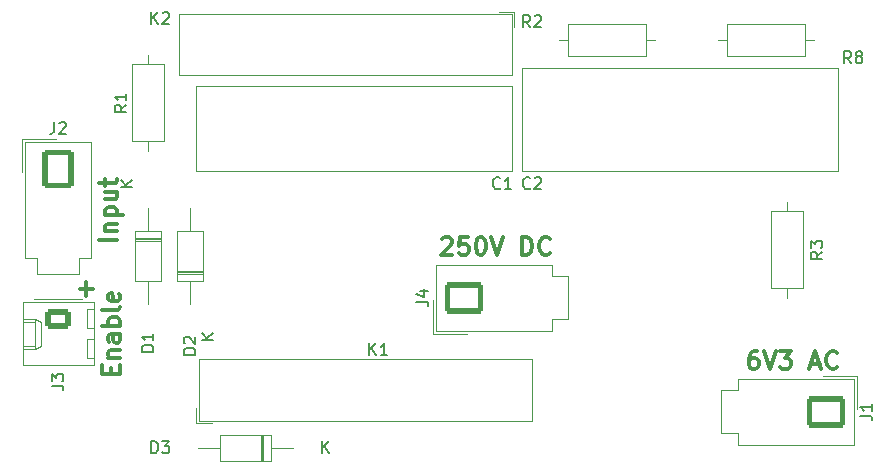
<source format=gbr>
%TF.GenerationSoftware,KiCad,Pcbnew,8.0.8*%
%TF.CreationDate,2025-02-11T23:57:59+01:00*%
%TF.ProjectId,Aussteuerung,41757373-7465-4756-9572-756e672e6b69,rev?*%
%TF.SameCoordinates,Original*%
%TF.FileFunction,Legend,Top*%
%TF.FilePolarity,Positive*%
%FSLAX46Y46*%
G04 Gerber Fmt 4.6, Leading zero omitted, Abs format (unit mm)*
G04 Created by KiCad (PCBNEW 8.0.8) date 2025-02-11 23:57:59*
%MOMM*%
%LPD*%
G01*
G04 APERTURE LIST*
G04 Aperture macros list*
%AMRoundRect*
0 Rectangle with rounded corners*
0 $1 Rounding radius*
0 $2 $3 $4 $5 $6 $7 $8 $9 X,Y pos of 4 corners*
0 Add a 4 corners polygon primitive as box body*
4,1,4,$2,$3,$4,$5,$6,$7,$8,$9,$2,$3,0*
0 Add four circle primitives for the rounded corners*
1,1,$1+$1,$2,$3*
1,1,$1+$1,$4,$5*
1,1,$1+$1,$6,$7*
1,1,$1+$1,$8,$9*
0 Add four rect primitives between the rounded corners*
20,1,$1+$1,$2,$3,$4,$5,0*
20,1,$1+$1,$4,$5,$6,$7,0*
20,1,$1+$1,$6,$7,$8,$9,0*
20,1,$1+$1,$8,$9,$2,$3,0*%
G04 Aperture macros list end*
%ADD10C,0.300000*%
%ADD11C,0.150000*%
%ADD12C,0.120000*%
%ADD13C,1.600000*%
%ADD14O,1.600000X1.600000*%
%ADD15R,1.600000X1.600000*%
%ADD16RoundRect,0.250000X-0.845000X0.620000X-0.845000X-0.620000X0.845000X-0.620000X0.845000X0.620000X0*%
%ADD17O,2.190000X1.740000*%
%ADD18C,3.500120*%
%ADD19C,2.400000*%
%ADD20R,2.000000X2.000000*%
%ADD21C,2.000000*%
%ADD22RoundRect,0.250001X-1.099999X-1.399999X1.099999X-1.399999X1.099999X1.399999X-1.099999X1.399999X0*%
%ADD23O,2.700000X3.300000*%
%ADD24RoundRect,0.250001X-1.399999X1.099999X-1.399999X-1.099999X1.399999X-1.099999X1.399999X1.099999X0*%
%ADD25O,3.300000X2.700000*%
%ADD26RoundRect,0.250001X1.399999X-1.099999X1.399999X1.099999X-1.399999X1.099999X-1.399999X-1.099999X0*%
%ADD27C,4.000000*%
%ADD28C,2.340000*%
G04 APERTURE END LIST*
D10*
X127012287Y-115764328D02*
X126726572Y-115764328D01*
X126726572Y-115764328D02*
X126583715Y-115835757D01*
X126583715Y-115835757D02*
X126512287Y-115907185D01*
X126512287Y-115907185D02*
X126369429Y-116121471D01*
X126369429Y-116121471D02*
X126298001Y-116407185D01*
X126298001Y-116407185D02*
X126298001Y-116978614D01*
X126298001Y-116978614D02*
X126369429Y-117121471D01*
X126369429Y-117121471D02*
X126440858Y-117192900D01*
X126440858Y-117192900D02*
X126583715Y-117264328D01*
X126583715Y-117264328D02*
X126869429Y-117264328D01*
X126869429Y-117264328D02*
X127012287Y-117192900D01*
X127012287Y-117192900D02*
X127083715Y-117121471D01*
X127083715Y-117121471D02*
X127155144Y-116978614D01*
X127155144Y-116978614D02*
X127155144Y-116621471D01*
X127155144Y-116621471D02*
X127083715Y-116478614D01*
X127083715Y-116478614D02*
X127012287Y-116407185D01*
X127012287Y-116407185D02*
X126869429Y-116335757D01*
X126869429Y-116335757D02*
X126583715Y-116335757D01*
X126583715Y-116335757D02*
X126440858Y-116407185D01*
X126440858Y-116407185D02*
X126369429Y-116478614D01*
X126369429Y-116478614D02*
X126298001Y-116621471D01*
X127583715Y-115764328D02*
X128083715Y-117264328D01*
X128083715Y-117264328D02*
X128583715Y-115764328D01*
X128940857Y-115764328D02*
X129869429Y-115764328D01*
X129869429Y-115764328D02*
X129369429Y-116335757D01*
X129369429Y-116335757D02*
X129583714Y-116335757D01*
X129583714Y-116335757D02*
X129726572Y-116407185D01*
X129726572Y-116407185D02*
X129798000Y-116478614D01*
X129798000Y-116478614D02*
X129869429Y-116621471D01*
X129869429Y-116621471D02*
X129869429Y-116978614D01*
X129869429Y-116978614D02*
X129798000Y-117121471D01*
X129798000Y-117121471D02*
X129726572Y-117192900D01*
X129726572Y-117192900D02*
X129583714Y-117264328D01*
X129583714Y-117264328D02*
X129155143Y-117264328D01*
X129155143Y-117264328D02*
X129012286Y-117192900D01*
X129012286Y-117192900D02*
X128940857Y-117121471D01*
X131583714Y-116835757D02*
X132298000Y-116835757D01*
X131440857Y-117264328D02*
X131940857Y-115764328D01*
X131940857Y-115764328D02*
X132440857Y-117264328D01*
X133797999Y-117121471D02*
X133726571Y-117192900D01*
X133726571Y-117192900D02*
X133512285Y-117264328D01*
X133512285Y-117264328D02*
X133369428Y-117264328D01*
X133369428Y-117264328D02*
X133155142Y-117192900D01*
X133155142Y-117192900D02*
X133012285Y-117050042D01*
X133012285Y-117050042D02*
X132940856Y-116907185D01*
X132940856Y-116907185D02*
X132869428Y-116621471D01*
X132869428Y-116621471D02*
X132869428Y-116407185D01*
X132869428Y-116407185D02*
X132940856Y-116121471D01*
X132940856Y-116121471D02*
X133012285Y-115978614D01*
X133012285Y-115978614D02*
X133155142Y-115835757D01*
X133155142Y-115835757D02*
X133369428Y-115764328D01*
X133369428Y-115764328D02*
X133512285Y-115764328D01*
X133512285Y-115764328D02*
X133726571Y-115835757D01*
X133726571Y-115835757D02*
X133797999Y-115907185D01*
X72814328Y-106350286D02*
X71314328Y-106350286D01*
X71814328Y-105636000D02*
X72814328Y-105636000D01*
X71957185Y-105636000D02*
X71885757Y-105564571D01*
X71885757Y-105564571D02*
X71814328Y-105421714D01*
X71814328Y-105421714D02*
X71814328Y-105207428D01*
X71814328Y-105207428D02*
X71885757Y-105064571D01*
X71885757Y-105064571D02*
X72028614Y-104993143D01*
X72028614Y-104993143D02*
X72814328Y-104993143D01*
X71814328Y-104278857D02*
X73314328Y-104278857D01*
X71885757Y-104278857D02*
X71814328Y-104136000D01*
X71814328Y-104136000D02*
X71814328Y-103850285D01*
X71814328Y-103850285D02*
X71885757Y-103707428D01*
X71885757Y-103707428D02*
X71957185Y-103636000D01*
X71957185Y-103636000D02*
X72100042Y-103564571D01*
X72100042Y-103564571D02*
X72528614Y-103564571D01*
X72528614Y-103564571D02*
X72671471Y-103636000D01*
X72671471Y-103636000D02*
X72742900Y-103707428D01*
X72742900Y-103707428D02*
X72814328Y-103850285D01*
X72814328Y-103850285D02*
X72814328Y-104136000D01*
X72814328Y-104136000D02*
X72742900Y-104278857D01*
X71814328Y-102278857D02*
X72814328Y-102278857D01*
X71814328Y-102921714D02*
X72600042Y-102921714D01*
X72600042Y-102921714D02*
X72742900Y-102850285D01*
X72742900Y-102850285D02*
X72814328Y-102707428D01*
X72814328Y-102707428D02*
X72814328Y-102493142D01*
X72814328Y-102493142D02*
X72742900Y-102350285D01*
X72742900Y-102350285D02*
X72671471Y-102278857D01*
X71814328Y-101778856D02*
X71814328Y-101207428D01*
X71314328Y-101564571D02*
X72600042Y-101564571D01*
X72600042Y-101564571D02*
X72742900Y-101493142D01*
X72742900Y-101493142D02*
X72814328Y-101350285D01*
X72814328Y-101350285D02*
X72814328Y-101207428D01*
X100330572Y-106255185D02*
X100402000Y-106183757D01*
X100402000Y-106183757D02*
X100544858Y-106112328D01*
X100544858Y-106112328D02*
X100902000Y-106112328D01*
X100902000Y-106112328D02*
X101044858Y-106183757D01*
X101044858Y-106183757D02*
X101116286Y-106255185D01*
X101116286Y-106255185D02*
X101187715Y-106398042D01*
X101187715Y-106398042D02*
X101187715Y-106540900D01*
X101187715Y-106540900D02*
X101116286Y-106755185D01*
X101116286Y-106755185D02*
X100259143Y-107612328D01*
X100259143Y-107612328D02*
X101187715Y-107612328D01*
X102544857Y-106112328D02*
X101830571Y-106112328D01*
X101830571Y-106112328D02*
X101759143Y-106826614D01*
X101759143Y-106826614D02*
X101830571Y-106755185D01*
X101830571Y-106755185D02*
X101973429Y-106683757D01*
X101973429Y-106683757D02*
X102330571Y-106683757D01*
X102330571Y-106683757D02*
X102473429Y-106755185D01*
X102473429Y-106755185D02*
X102544857Y-106826614D01*
X102544857Y-106826614D02*
X102616286Y-106969471D01*
X102616286Y-106969471D02*
X102616286Y-107326614D01*
X102616286Y-107326614D02*
X102544857Y-107469471D01*
X102544857Y-107469471D02*
X102473429Y-107540900D01*
X102473429Y-107540900D02*
X102330571Y-107612328D01*
X102330571Y-107612328D02*
X101973429Y-107612328D01*
X101973429Y-107612328D02*
X101830571Y-107540900D01*
X101830571Y-107540900D02*
X101759143Y-107469471D01*
X103544857Y-106112328D02*
X103687714Y-106112328D01*
X103687714Y-106112328D02*
X103830571Y-106183757D01*
X103830571Y-106183757D02*
X103902000Y-106255185D01*
X103902000Y-106255185D02*
X103973428Y-106398042D01*
X103973428Y-106398042D02*
X104044857Y-106683757D01*
X104044857Y-106683757D02*
X104044857Y-107040900D01*
X104044857Y-107040900D02*
X103973428Y-107326614D01*
X103973428Y-107326614D02*
X103902000Y-107469471D01*
X103902000Y-107469471D02*
X103830571Y-107540900D01*
X103830571Y-107540900D02*
X103687714Y-107612328D01*
X103687714Y-107612328D02*
X103544857Y-107612328D01*
X103544857Y-107612328D02*
X103402000Y-107540900D01*
X103402000Y-107540900D02*
X103330571Y-107469471D01*
X103330571Y-107469471D02*
X103259142Y-107326614D01*
X103259142Y-107326614D02*
X103187714Y-107040900D01*
X103187714Y-107040900D02*
X103187714Y-106683757D01*
X103187714Y-106683757D02*
X103259142Y-106398042D01*
X103259142Y-106398042D02*
X103330571Y-106255185D01*
X103330571Y-106255185D02*
X103402000Y-106183757D01*
X103402000Y-106183757D02*
X103544857Y-106112328D01*
X104473428Y-106112328D02*
X104973428Y-107612328D01*
X104973428Y-107612328D02*
X105473428Y-106112328D01*
X107116284Y-107612328D02*
X107116284Y-106112328D01*
X107116284Y-106112328D02*
X107473427Y-106112328D01*
X107473427Y-106112328D02*
X107687713Y-106183757D01*
X107687713Y-106183757D02*
X107830570Y-106326614D01*
X107830570Y-106326614D02*
X107901999Y-106469471D01*
X107901999Y-106469471D02*
X107973427Y-106755185D01*
X107973427Y-106755185D02*
X107973427Y-106969471D01*
X107973427Y-106969471D02*
X107901999Y-107255185D01*
X107901999Y-107255185D02*
X107830570Y-107398042D01*
X107830570Y-107398042D02*
X107687713Y-107540900D01*
X107687713Y-107540900D02*
X107473427Y-107612328D01*
X107473427Y-107612328D02*
X107116284Y-107612328D01*
X109473427Y-107469471D02*
X109401999Y-107540900D01*
X109401999Y-107540900D02*
X109187713Y-107612328D01*
X109187713Y-107612328D02*
X109044856Y-107612328D01*
X109044856Y-107612328D02*
X108830570Y-107540900D01*
X108830570Y-107540900D02*
X108687713Y-107398042D01*
X108687713Y-107398042D02*
X108616284Y-107255185D01*
X108616284Y-107255185D02*
X108544856Y-106969471D01*
X108544856Y-106969471D02*
X108544856Y-106755185D01*
X108544856Y-106755185D02*
X108616284Y-106469471D01*
X108616284Y-106469471D02*
X108687713Y-106326614D01*
X108687713Y-106326614D02*
X108830570Y-106183757D01*
X108830570Y-106183757D02*
X109044856Y-106112328D01*
X109044856Y-106112328D02*
X109187713Y-106112328D01*
X109187713Y-106112328D02*
X109401999Y-106183757D01*
X109401999Y-106183757D02*
X109473427Y-106255185D01*
X72282614Y-117692857D02*
X72282614Y-117192857D01*
X73068328Y-116978571D02*
X73068328Y-117692857D01*
X73068328Y-117692857D02*
X71568328Y-117692857D01*
X71568328Y-117692857D02*
X71568328Y-116978571D01*
X72068328Y-116335714D02*
X73068328Y-116335714D01*
X72211185Y-116335714D02*
X72139757Y-116264285D01*
X72139757Y-116264285D02*
X72068328Y-116121428D01*
X72068328Y-116121428D02*
X72068328Y-115907142D01*
X72068328Y-115907142D02*
X72139757Y-115764285D01*
X72139757Y-115764285D02*
X72282614Y-115692857D01*
X72282614Y-115692857D02*
X73068328Y-115692857D01*
X73068328Y-114335714D02*
X72282614Y-114335714D01*
X72282614Y-114335714D02*
X72139757Y-114407142D01*
X72139757Y-114407142D02*
X72068328Y-114549999D01*
X72068328Y-114549999D02*
X72068328Y-114835714D01*
X72068328Y-114835714D02*
X72139757Y-114978571D01*
X72996900Y-114335714D02*
X73068328Y-114478571D01*
X73068328Y-114478571D02*
X73068328Y-114835714D01*
X73068328Y-114835714D02*
X72996900Y-114978571D01*
X72996900Y-114978571D02*
X72854042Y-115049999D01*
X72854042Y-115049999D02*
X72711185Y-115049999D01*
X72711185Y-115049999D02*
X72568328Y-114978571D01*
X72568328Y-114978571D02*
X72496900Y-114835714D01*
X72496900Y-114835714D02*
X72496900Y-114478571D01*
X72496900Y-114478571D02*
X72425471Y-114335714D01*
X73068328Y-113621428D02*
X71568328Y-113621428D01*
X72139757Y-113621428D02*
X72068328Y-113478571D01*
X72068328Y-113478571D02*
X72068328Y-113192856D01*
X72068328Y-113192856D02*
X72139757Y-113049999D01*
X72139757Y-113049999D02*
X72211185Y-112978571D01*
X72211185Y-112978571D02*
X72354042Y-112907142D01*
X72354042Y-112907142D02*
X72782614Y-112907142D01*
X72782614Y-112907142D02*
X72925471Y-112978571D01*
X72925471Y-112978571D02*
X72996900Y-113049999D01*
X72996900Y-113049999D02*
X73068328Y-113192856D01*
X73068328Y-113192856D02*
X73068328Y-113478571D01*
X73068328Y-113478571D02*
X72996900Y-113621428D01*
X73068328Y-112049999D02*
X72996900Y-112192856D01*
X72996900Y-112192856D02*
X72854042Y-112264285D01*
X72854042Y-112264285D02*
X71568328Y-112264285D01*
X72996900Y-110907142D02*
X73068328Y-111049999D01*
X73068328Y-111049999D02*
X73068328Y-111335714D01*
X73068328Y-111335714D02*
X72996900Y-111478571D01*
X72996900Y-111478571D02*
X72854042Y-111549999D01*
X72854042Y-111549999D02*
X72282614Y-111549999D01*
X72282614Y-111549999D02*
X72139757Y-111478571D01*
X72139757Y-111478571D02*
X72068328Y-111335714D01*
X72068328Y-111335714D02*
X72068328Y-111049999D01*
X72068328Y-111049999D02*
X72139757Y-110907142D01*
X72139757Y-110907142D02*
X72282614Y-110835714D01*
X72282614Y-110835714D02*
X72425471Y-110835714D01*
X72425471Y-110835714D02*
X72568328Y-111549999D01*
X70210900Y-111061428D02*
X70210900Y-109918571D01*
X70782328Y-110489999D02*
X69639471Y-110489999D01*
D11*
X134961333Y-91386819D02*
X134628000Y-90910628D01*
X134389905Y-91386819D02*
X134389905Y-90386819D01*
X134389905Y-90386819D02*
X134770857Y-90386819D01*
X134770857Y-90386819D02*
X134866095Y-90434438D01*
X134866095Y-90434438D02*
X134913714Y-90482057D01*
X134913714Y-90482057D02*
X134961333Y-90577295D01*
X134961333Y-90577295D02*
X134961333Y-90720152D01*
X134961333Y-90720152D02*
X134913714Y-90815390D01*
X134913714Y-90815390D02*
X134866095Y-90863009D01*
X134866095Y-90863009D02*
X134770857Y-90910628D01*
X134770857Y-90910628D02*
X134389905Y-90910628D01*
X135532762Y-90815390D02*
X135437524Y-90767771D01*
X135437524Y-90767771D02*
X135389905Y-90720152D01*
X135389905Y-90720152D02*
X135342286Y-90624914D01*
X135342286Y-90624914D02*
X135342286Y-90577295D01*
X135342286Y-90577295D02*
X135389905Y-90482057D01*
X135389905Y-90482057D02*
X135437524Y-90434438D01*
X135437524Y-90434438D02*
X135532762Y-90386819D01*
X135532762Y-90386819D02*
X135723238Y-90386819D01*
X135723238Y-90386819D02*
X135818476Y-90434438D01*
X135818476Y-90434438D02*
X135866095Y-90482057D01*
X135866095Y-90482057D02*
X135913714Y-90577295D01*
X135913714Y-90577295D02*
X135913714Y-90624914D01*
X135913714Y-90624914D02*
X135866095Y-90720152D01*
X135866095Y-90720152D02*
X135818476Y-90767771D01*
X135818476Y-90767771D02*
X135723238Y-90815390D01*
X135723238Y-90815390D02*
X135532762Y-90815390D01*
X135532762Y-90815390D02*
X135437524Y-90863009D01*
X135437524Y-90863009D02*
X135389905Y-90910628D01*
X135389905Y-90910628D02*
X135342286Y-91005866D01*
X135342286Y-91005866D02*
X135342286Y-91196342D01*
X135342286Y-91196342D02*
X135389905Y-91291580D01*
X135389905Y-91291580D02*
X135437524Y-91339200D01*
X135437524Y-91339200D02*
X135532762Y-91386819D01*
X135532762Y-91386819D02*
X135723238Y-91386819D01*
X135723238Y-91386819D02*
X135818476Y-91339200D01*
X135818476Y-91339200D02*
X135866095Y-91291580D01*
X135866095Y-91291580D02*
X135913714Y-91196342D01*
X135913714Y-91196342D02*
X135913714Y-91005866D01*
X135913714Y-91005866D02*
X135866095Y-90910628D01*
X135866095Y-90910628D02*
X135818476Y-90863009D01*
X135818476Y-90863009D02*
X135723238Y-90815390D01*
X75715905Y-124406819D02*
X75715905Y-123406819D01*
X75715905Y-123406819D02*
X75954000Y-123406819D01*
X75954000Y-123406819D02*
X76096857Y-123454438D01*
X76096857Y-123454438D02*
X76192095Y-123549676D01*
X76192095Y-123549676D02*
X76239714Y-123644914D01*
X76239714Y-123644914D02*
X76287333Y-123835390D01*
X76287333Y-123835390D02*
X76287333Y-123978247D01*
X76287333Y-123978247D02*
X76239714Y-124168723D01*
X76239714Y-124168723D02*
X76192095Y-124263961D01*
X76192095Y-124263961D02*
X76096857Y-124359200D01*
X76096857Y-124359200D02*
X75954000Y-124406819D01*
X75954000Y-124406819D02*
X75715905Y-124406819D01*
X76620667Y-123406819D02*
X77239714Y-123406819D01*
X77239714Y-123406819D02*
X76906381Y-123787771D01*
X76906381Y-123787771D02*
X77049238Y-123787771D01*
X77049238Y-123787771D02*
X77144476Y-123835390D01*
X77144476Y-123835390D02*
X77192095Y-123883009D01*
X77192095Y-123883009D02*
X77239714Y-123978247D01*
X77239714Y-123978247D02*
X77239714Y-124216342D01*
X77239714Y-124216342D02*
X77192095Y-124311580D01*
X77192095Y-124311580D02*
X77144476Y-124359200D01*
X77144476Y-124359200D02*
X77049238Y-124406819D01*
X77049238Y-124406819D02*
X76763524Y-124406819D01*
X76763524Y-124406819D02*
X76668286Y-124359200D01*
X76668286Y-124359200D02*
X76620667Y-124311580D01*
X90162095Y-124406819D02*
X90162095Y-123406819D01*
X90733523Y-124406819D02*
X90304952Y-123835390D01*
X90733523Y-123406819D02*
X90162095Y-123978247D01*
X67272819Y-118697333D02*
X67987104Y-118697333D01*
X67987104Y-118697333D02*
X68129961Y-118744952D01*
X68129961Y-118744952D02*
X68225200Y-118840190D01*
X68225200Y-118840190D02*
X68272819Y-118983047D01*
X68272819Y-118983047D02*
X68272819Y-119078285D01*
X67272819Y-118316380D02*
X67272819Y-117697333D01*
X67272819Y-117697333D02*
X67653771Y-118030666D01*
X67653771Y-118030666D02*
X67653771Y-117887809D01*
X67653771Y-117887809D02*
X67701390Y-117792571D01*
X67701390Y-117792571D02*
X67749009Y-117744952D01*
X67749009Y-117744952D02*
X67844247Y-117697333D01*
X67844247Y-117697333D02*
X68082342Y-117697333D01*
X68082342Y-117697333D02*
X68177580Y-117744952D01*
X68177580Y-117744952D02*
X68225200Y-117792571D01*
X68225200Y-117792571D02*
X68272819Y-117887809D01*
X68272819Y-117887809D02*
X68272819Y-118173523D01*
X68272819Y-118173523D02*
X68225200Y-118268761D01*
X68225200Y-118268761D02*
X68177580Y-118316380D01*
X73606819Y-94908666D02*
X73130628Y-95241999D01*
X73606819Y-95480094D02*
X72606819Y-95480094D01*
X72606819Y-95480094D02*
X72606819Y-95099142D01*
X72606819Y-95099142D02*
X72654438Y-95003904D01*
X72654438Y-95003904D02*
X72702057Y-94956285D01*
X72702057Y-94956285D02*
X72797295Y-94908666D01*
X72797295Y-94908666D02*
X72940152Y-94908666D01*
X72940152Y-94908666D02*
X73035390Y-94956285D01*
X73035390Y-94956285D02*
X73083009Y-95003904D01*
X73083009Y-95003904D02*
X73130628Y-95099142D01*
X73130628Y-95099142D02*
X73130628Y-95480094D01*
X73606819Y-93956285D02*
X73606819Y-94527713D01*
X73606819Y-94241999D02*
X72606819Y-94241999D01*
X72606819Y-94241999D02*
X72749676Y-94337237D01*
X72749676Y-94337237D02*
X72844914Y-94432475D01*
X72844914Y-94432475D02*
X72892533Y-94527713D01*
X94179905Y-116110819D02*
X94179905Y-115110819D01*
X94751333Y-116110819D02*
X94322762Y-115539390D01*
X94751333Y-115110819D02*
X94179905Y-115682247D01*
X95703714Y-116110819D02*
X95132286Y-116110819D01*
X95418000Y-116110819D02*
X95418000Y-115110819D01*
X95418000Y-115110819D02*
X95322762Y-115253676D01*
X95322762Y-115253676D02*
X95227524Y-115348914D01*
X95227524Y-115348914D02*
X95132286Y-115396533D01*
X79448819Y-116054094D02*
X78448819Y-116054094D01*
X78448819Y-116054094D02*
X78448819Y-115815999D01*
X78448819Y-115815999D02*
X78496438Y-115673142D01*
X78496438Y-115673142D02*
X78591676Y-115577904D01*
X78591676Y-115577904D02*
X78686914Y-115530285D01*
X78686914Y-115530285D02*
X78877390Y-115482666D01*
X78877390Y-115482666D02*
X79020247Y-115482666D01*
X79020247Y-115482666D02*
X79210723Y-115530285D01*
X79210723Y-115530285D02*
X79305961Y-115577904D01*
X79305961Y-115577904D02*
X79401200Y-115673142D01*
X79401200Y-115673142D02*
X79448819Y-115815999D01*
X79448819Y-115815999D02*
X79448819Y-116054094D01*
X78544057Y-115101713D02*
X78496438Y-115054094D01*
X78496438Y-115054094D02*
X78448819Y-114958856D01*
X78448819Y-114958856D02*
X78448819Y-114720761D01*
X78448819Y-114720761D02*
X78496438Y-114625523D01*
X78496438Y-114625523D02*
X78544057Y-114577904D01*
X78544057Y-114577904D02*
X78639295Y-114530285D01*
X78639295Y-114530285D02*
X78734533Y-114530285D01*
X78734533Y-114530285D02*
X78877390Y-114577904D01*
X78877390Y-114577904D02*
X79448819Y-115149332D01*
X79448819Y-115149332D02*
X79448819Y-114530285D01*
X80972819Y-114815904D02*
X79972819Y-114815904D01*
X80972819Y-114244476D02*
X80401390Y-114673047D01*
X79972819Y-114244476D02*
X80544247Y-114815904D01*
X132534819Y-107354666D02*
X132058628Y-107687999D01*
X132534819Y-107926094D02*
X131534819Y-107926094D01*
X131534819Y-107926094D02*
X131534819Y-107545142D01*
X131534819Y-107545142D02*
X131582438Y-107449904D01*
X131582438Y-107449904D02*
X131630057Y-107402285D01*
X131630057Y-107402285D02*
X131725295Y-107354666D01*
X131725295Y-107354666D02*
X131868152Y-107354666D01*
X131868152Y-107354666D02*
X131963390Y-107402285D01*
X131963390Y-107402285D02*
X132011009Y-107449904D01*
X132011009Y-107449904D02*
X132058628Y-107545142D01*
X132058628Y-107545142D02*
X132058628Y-107926094D01*
X131534819Y-107021332D02*
X131534819Y-106402285D01*
X131534819Y-106402285D02*
X131915771Y-106735618D01*
X131915771Y-106735618D02*
X131915771Y-106592761D01*
X131915771Y-106592761D02*
X131963390Y-106497523D01*
X131963390Y-106497523D02*
X132011009Y-106449904D01*
X132011009Y-106449904D02*
X132106247Y-106402285D01*
X132106247Y-106402285D02*
X132344342Y-106402285D01*
X132344342Y-106402285D02*
X132439580Y-106449904D01*
X132439580Y-106449904D02*
X132487200Y-106497523D01*
X132487200Y-106497523D02*
X132534819Y-106592761D01*
X132534819Y-106592761D02*
X132534819Y-106878475D01*
X132534819Y-106878475D02*
X132487200Y-106973713D01*
X132487200Y-106973713D02*
X132439580Y-107021332D01*
X67484666Y-96386819D02*
X67484666Y-97101104D01*
X67484666Y-97101104D02*
X67437047Y-97243961D01*
X67437047Y-97243961D02*
X67341809Y-97339200D01*
X67341809Y-97339200D02*
X67198952Y-97386819D01*
X67198952Y-97386819D02*
X67103714Y-97386819D01*
X67913238Y-96482057D02*
X67960857Y-96434438D01*
X67960857Y-96434438D02*
X68056095Y-96386819D01*
X68056095Y-96386819D02*
X68294190Y-96386819D01*
X68294190Y-96386819D02*
X68389428Y-96434438D01*
X68389428Y-96434438D02*
X68437047Y-96482057D01*
X68437047Y-96482057D02*
X68484666Y-96577295D01*
X68484666Y-96577295D02*
X68484666Y-96672533D01*
X68484666Y-96672533D02*
X68437047Y-96815390D01*
X68437047Y-96815390D02*
X67865619Y-97386819D01*
X67865619Y-97386819D02*
X68484666Y-97386819D01*
X107783333Y-101959580D02*
X107735714Y-102007200D01*
X107735714Y-102007200D02*
X107592857Y-102054819D01*
X107592857Y-102054819D02*
X107497619Y-102054819D01*
X107497619Y-102054819D02*
X107354762Y-102007200D01*
X107354762Y-102007200D02*
X107259524Y-101911961D01*
X107259524Y-101911961D02*
X107211905Y-101816723D01*
X107211905Y-101816723D02*
X107164286Y-101626247D01*
X107164286Y-101626247D02*
X107164286Y-101483390D01*
X107164286Y-101483390D02*
X107211905Y-101292914D01*
X107211905Y-101292914D02*
X107259524Y-101197676D01*
X107259524Y-101197676D02*
X107354762Y-101102438D01*
X107354762Y-101102438D02*
X107497619Y-101054819D01*
X107497619Y-101054819D02*
X107592857Y-101054819D01*
X107592857Y-101054819D02*
X107735714Y-101102438D01*
X107735714Y-101102438D02*
X107783333Y-101150057D01*
X108164286Y-101150057D02*
X108211905Y-101102438D01*
X108211905Y-101102438D02*
X108307143Y-101054819D01*
X108307143Y-101054819D02*
X108545238Y-101054819D01*
X108545238Y-101054819D02*
X108640476Y-101102438D01*
X108640476Y-101102438D02*
X108688095Y-101150057D01*
X108688095Y-101150057D02*
X108735714Y-101245295D01*
X108735714Y-101245295D02*
X108735714Y-101340533D01*
X108735714Y-101340533D02*
X108688095Y-101483390D01*
X108688095Y-101483390D02*
X108116667Y-102054819D01*
X108116667Y-102054819D02*
X108735714Y-102054819D01*
X105243333Y-101959580D02*
X105195714Y-102007200D01*
X105195714Y-102007200D02*
X105052857Y-102054819D01*
X105052857Y-102054819D02*
X104957619Y-102054819D01*
X104957619Y-102054819D02*
X104814762Y-102007200D01*
X104814762Y-102007200D02*
X104719524Y-101911961D01*
X104719524Y-101911961D02*
X104671905Y-101816723D01*
X104671905Y-101816723D02*
X104624286Y-101626247D01*
X104624286Y-101626247D02*
X104624286Y-101483390D01*
X104624286Y-101483390D02*
X104671905Y-101292914D01*
X104671905Y-101292914D02*
X104719524Y-101197676D01*
X104719524Y-101197676D02*
X104814762Y-101102438D01*
X104814762Y-101102438D02*
X104957619Y-101054819D01*
X104957619Y-101054819D02*
X105052857Y-101054819D01*
X105052857Y-101054819D02*
X105195714Y-101102438D01*
X105195714Y-101102438D02*
X105243333Y-101150057D01*
X106195714Y-102054819D02*
X105624286Y-102054819D01*
X105910000Y-102054819D02*
X105910000Y-101054819D01*
X105910000Y-101054819D02*
X105814762Y-101197676D01*
X105814762Y-101197676D02*
X105719524Y-101292914D01*
X105719524Y-101292914D02*
X105624286Y-101340533D01*
X135746819Y-121237333D02*
X136461104Y-121237333D01*
X136461104Y-121237333D02*
X136603961Y-121284952D01*
X136603961Y-121284952D02*
X136699200Y-121380190D01*
X136699200Y-121380190D02*
X136746819Y-121523047D01*
X136746819Y-121523047D02*
X136746819Y-121618285D01*
X136746819Y-120237333D02*
X136746819Y-120808761D01*
X136746819Y-120523047D02*
X135746819Y-120523047D01*
X135746819Y-120523047D02*
X135889676Y-120618285D01*
X135889676Y-120618285D02*
X135984914Y-120713523D01*
X135984914Y-120713523D02*
X136032533Y-120808761D01*
X98164819Y-111585333D02*
X98879104Y-111585333D01*
X98879104Y-111585333D02*
X99021961Y-111632952D01*
X99021961Y-111632952D02*
X99117200Y-111728190D01*
X99117200Y-111728190D02*
X99164819Y-111871047D01*
X99164819Y-111871047D02*
X99164819Y-111966285D01*
X98498152Y-110680571D02*
X99164819Y-110680571D01*
X98117200Y-110918666D02*
X98831485Y-111156761D01*
X98831485Y-111156761D02*
X98831485Y-110537714D01*
X107783333Y-88338819D02*
X107450000Y-87862628D01*
X107211905Y-88338819D02*
X107211905Y-87338819D01*
X107211905Y-87338819D02*
X107592857Y-87338819D01*
X107592857Y-87338819D02*
X107688095Y-87386438D01*
X107688095Y-87386438D02*
X107735714Y-87434057D01*
X107735714Y-87434057D02*
X107783333Y-87529295D01*
X107783333Y-87529295D02*
X107783333Y-87672152D01*
X107783333Y-87672152D02*
X107735714Y-87767390D01*
X107735714Y-87767390D02*
X107688095Y-87815009D01*
X107688095Y-87815009D02*
X107592857Y-87862628D01*
X107592857Y-87862628D02*
X107211905Y-87862628D01*
X108164286Y-87434057D02*
X108211905Y-87386438D01*
X108211905Y-87386438D02*
X108307143Y-87338819D01*
X108307143Y-87338819D02*
X108545238Y-87338819D01*
X108545238Y-87338819D02*
X108640476Y-87386438D01*
X108640476Y-87386438D02*
X108688095Y-87434057D01*
X108688095Y-87434057D02*
X108735714Y-87529295D01*
X108735714Y-87529295D02*
X108735714Y-87624533D01*
X108735714Y-87624533D02*
X108688095Y-87767390D01*
X108688095Y-87767390D02*
X108116667Y-88338819D01*
X108116667Y-88338819D02*
X108735714Y-88338819D01*
X75892819Y-115800094D02*
X74892819Y-115800094D01*
X74892819Y-115800094D02*
X74892819Y-115561999D01*
X74892819Y-115561999D02*
X74940438Y-115419142D01*
X74940438Y-115419142D02*
X75035676Y-115323904D01*
X75035676Y-115323904D02*
X75130914Y-115276285D01*
X75130914Y-115276285D02*
X75321390Y-115228666D01*
X75321390Y-115228666D02*
X75464247Y-115228666D01*
X75464247Y-115228666D02*
X75654723Y-115276285D01*
X75654723Y-115276285D02*
X75749961Y-115323904D01*
X75749961Y-115323904D02*
X75845200Y-115419142D01*
X75845200Y-115419142D02*
X75892819Y-115561999D01*
X75892819Y-115561999D02*
X75892819Y-115800094D01*
X75892819Y-114276285D02*
X75892819Y-114847713D01*
X75892819Y-114561999D02*
X74892819Y-114561999D01*
X74892819Y-114561999D02*
X75035676Y-114657237D01*
X75035676Y-114657237D02*
X75130914Y-114752475D01*
X75130914Y-114752475D02*
X75178533Y-114847713D01*
X74114819Y-101861904D02*
X73114819Y-101861904D01*
X74114819Y-101290476D02*
X73543390Y-101719047D01*
X73114819Y-101290476D02*
X73686247Y-101861904D01*
X75715905Y-88084819D02*
X75715905Y-87084819D01*
X76287333Y-88084819D02*
X75858762Y-87513390D01*
X76287333Y-87084819D02*
X75715905Y-87656247D01*
X76668286Y-87180057D02*
X76715905Y-87132438D01*
X76715905Y-87132438D02*
X76811143Y-87084819D01*
X76811143Y-87084819D02*
X77049238Y-87084819D01*
X77049238Y-87084819D02*
X77144476Y-87132438D01*
X77144476Y-87132438D02*
X77192095Y-87180057D01*
X77192095Y-87180057D02*
X77239714Y-87275295D01*
X77239714Y-87275295D02*
X77239714Y-87370533D01*
X77239714Y-87370533D02*
X77192095Y-87513390D01*
X77192095Y-87513390D02*
X76620667Y-88084819D01*
X76620667Y-88084819D02*
X77239714Y-88084819D01*
D12*
X123722000Y-89408000D02*
X124492000Y-89408000D01*
X124492000Y-88038000D02*
X124492000Y-90778000D01*
X124492000Y-90778000D02*
X131032000Y-90778000D01*
X131032000Y-88038000D02*
X124492000Y-88038000D01*
X131032000Y-90778000D02*
X131032000Y-88038000D01*
X131802000Y-89408000D02*
X131032000Y-89408000D01*
X79653000Y-123952000D02*
X81573000Y-123952000D01*
X81573000Y-122832000D02*
X81573000Y-125072000D01*
X81573000Y-125072000D02*
X85813000Y-125072000D01*
X84973000Y-125072000D02*
X84973000Y-122832000D01*
X85093000Y-125072000D02*
X85093000Y-122832000D01*
X85213000Y-125072000D02*
X85213000Y-122832000D01*
X85813000Y-122832000D02*
X81573000Y-122832000D01*
X85813000Y-125072000D02*
X85813000Y-122832000D01*
X87733000Y-123952000D02*
X85813000Y-123952000D01*
X64828000Y-111650000D02*
X64828000Y-116950000D01*
X64828000Y-113030000D02*
X65828000Y-113030000D01*
X64828000Y-113280000D02*
X65828000Y-113280000D01*
X64828000Y-115320000D02*
X65828000Y-115320000D01*
X64828000Y-116950000D02*
X70848000Y-116950000D01*
X65828000Y-113030000D02*
X65828000Y-115570000D01*
X65828000Y-113030000D02*
X66358000Y-113280000D01*
X65828000Y-115570000D02*
X64828000Y-115570000D01*
X66358000Y-113280000D02*
X66358000Y-115320000D01*
X66358000Y-115320000D02*
X65828000Y-115570000D01*
X69818000Y-111360000D02*
X65818000Y-111360000D01*
X70248000Y-112230000D02*
X70248000Y-113830000D01*
X70248000Y-113830000D02*
X70848000Y-113830000D01*
X70248000Y-114770000D02*
X70248000Y-116370000D01*
X70248000Y-116370000D02*
X70848000Y-116370000D01*
X70848000Y-111650000D02*
X64828000Y-111650000D01*
X70848000Y-112230000D02*
X70248000Y-112230000D01*
X70848000Y-114770000D02*
X70248000Y-114770000D01*
X70848000Y-116950000D02*
X70848000Y-111650000D01*
X74068000Y-91472000D02*
X74068000Y-98012000D01*
X74068000Y-98012000D02*
X76808000Y-98012000D01*
X75438000Y-90702000D02*
X75438000Y-91472000D01*
X75438000Y-98782000D02*
X75438000Y-98012000D01*
X76808000Y-91472000D02*
X74068000Y-91472000D01*
X76808000Y-98012000D02*
X76808000Y-91472000D01*
X79518000Y-121856000D02*
X79518000Y-120556000D01*
X79718000Y-116456000D02*
X107918000Y-116456000D01*
X79718000Y-121656000D02*
X79718000Y-116456000D01*
X80818000Y-121856000D02*
X79518000Y-121856000D01*
X107918000Y-116456000D02*
X107918000Y-121656000D01*
X107918000Y-121656000D02*
X79718000Y-121656000D01*
X77874000Y-105576000D02*
X77874000Y-109816000D01*
X77874000Y-108976000D02*
X80114000Y-108976000D01*
X77874000Y-109096000D02*
X80114000Y-109096000D01*
X77874000Y-109216000D02*
X80114000Y-109216000D01*
X77874000Y-109816000D02*
X80114000Y-109816000D01*
X78994000Y-103656000D02*
X78994000Y-105576000D01*
X78994000Y-111736000D02*
X78994000Y-109816000D01*
X80114000Y-105576000D02*
X77874000Y-105576000D01*
X80114000Y-109816000D02*
X80114000Y-105576000D01*
X128170000Y-103918000D02*
X128170000Y-110458000D01*
X128170000Y-110458000D02*
X130910000Y-110458000D01*
X129540000Y-103148000D02*
X129540000Y-103918000D01*
X129540000Y-111228000D02*
X129540000Y-110458000D01*
X130910000Y-103918000D02*
X128170000Y-103918000D01*
X130910000Y-110458000D02*
X130910000Y-103918000D01*
X64768000Y-97782000D02*
X64768000Y-100632000D01*
X65008000Y-98022000D02*
X65008000Y-107842000D01*
X65008000Y-107842000D02*
X66008000Y-107842000D01*
X66008000Y-107842000D02*
X66008000Y-109242000D01*
X66008000Y-109242000D02*
X67818000Y-109242000D01*
X67618000Y-97782000D02*
X64768000Y-97782000D01*
X67818000Y-98022000D02*
X65008000Y-98022000D01*
X67818000Y-98022000D02*
X70628000Y-98022000D01*
X69628000Y-107842000D02*
X69628000Y-109242000D01*
X69628000Y-109242000D02*
X67818000Y-109242000D01*
X70628000Y-98022000D02*
X70628000Y-107842000D01*
X70628000Y-107842000D02*
X69628000Y-107842000D01*
X107100000Y-91769000D02*
X107100000Y-100509000D01*
X107100000Y-91769000D02*
X133840000Y-91769000D01*
X107100000Y-100509000D02*
X133840000Y-100509000D01*
X133840000Y-91769000D02*
X133840000Y-100509000D01*
X79488000Y-93281000D02*
X79488000Y-100521000D01*
X79488000Y-93281000D02*
X106228000Y-93281000D01*
X79488000Y-100521000D02*
X106228000Y-100521000D01*
X106228000Y-93281000D02*
X106228000Y-100521000D01*
X123982000Y-119094000D02*
X123982000Y-120904000D01*
X123982000Y-122714000D02*
X123982000Y-120904000D01*
X125382000Y-118094000D02*
X125382000Y-119094000D01*
X125382000Y-119094000D02*
X123982000Y-119094000D01*
X125382000Y-122714000D02*
X123982000Y-122714000D01*
X125382000Y-123714000D02*
X125382000Y-122714000D01*
X135202000Y-118094000D02*
X125382000Y-118094000D01*
X135202000Y-120904000D02*
X135202000Y-118094000D01*
X135202000Y-120904000D02*
X135202000Y-123714000D01*
X135202000Y-123714000D02*
X125382000Y-123714000D01*
X135442000Y-117854000D02*
X132592000Y-117854000D01*
X135442000Y-120704000D02*
X135442000Y-117854000D01*
X99560000Y-111452000D02*
X99560000Y-114302000D01*
X99560000Y-114302000D02*
X102410000Y-114302000D01*
X99800000Y-108442000D02*
X109620000Y-108442000D01*
X99800000Y-111252000D02*
X99800000Y-108442000D01*
X99800000Y-111252000D02*
X99800000Y-114062000D01*
X99800000Y-114062000D02*
X109620000Y-114062000D01*
X109620000Y-108442000D02*
X109620000Y-109442000D01*
X109620000Y-109442000D02*
X111020000Y-109442000D01*
X109620000Y-113062000D02*
X111020000Y-113062000D01*
X109620000Y-114062000D02*
X109620000Y-113062000D01*
X111020000Y-109442000D02*
X111020000Y-111252000D01*
X111020000Y-113062000D02*
X111020000Y-111252000D01*
X110260000Y-89408000D02*
X111030000Y-89408000D01*
X111030000Y-88038000D02*
X111030000Y-90778000D01*
X111030000Y-90778000D02*
X117570000Y-90778000D01*
X117570000Y-88038000D02*
X111030000Y-88038000D01*
X117570000Y-90778000D02*
X117570000Y-88038000D01*
X118340000Y-89408000D02*
X117570000Y-89408000D01*
X74318000Y-105576000D02*
X74318000Y-109816000D01*
X74318000Y-109816000D02*
X76558000Y-109816000D01*
X75438000Y-103656000D02*
X75438000Y-105576000D01*
X75438000Y-111736000D02*
X75438000Y-109816000D01*
X76558000Y-105576000D02*
X74318000Y-105576000D01*
X76558000Y-106176000D02*
X74318000Y-106176000D01*
X76558000Y-106296000D02*
X74318000Y-106296000D01*
X76558000Y-106416000D02*
X74318000Y-106416000D01*
X76558000Y-109816000D02*
X76558000Y-105576000D01*
X78059500Y-87231500D02*
X106259500Y-87231500D01*
X78059500Y-92431500D02*
X78059500Y-87231500D01*
X105159500Y-87031500D02*
X106459500Y-87031500D01*
X106259500Y-87231500D02*
X106259500Y-92431500D01*
X106259500Y-92431500D02*
X78059500Y-92431500D01*
X106459500Y-87031500D02*
X106459500Y-88331500D01*
%LPC*%
D13*
X122682000Y-89408000D03*
D14*
X132842000Y-89408000D03*
D15*
X88773000Y-123952000D03*
D14*
X78613000Y-123952000D03*
D16*
X67818000Y-113030000D03*
D17*
X67818000Y-115570000D03*
D18*
X67866260Y-91363800D03*
X67866260Y-121363740D03*
X157866080Y-91363800D03*
X157866080Y-121363740D03*
D13*
X75438000Y-89662000D03*
D14*
X75438000Y-99822000D03*
D19*
X100918000Y-117856000D03*
X95918000Y-117856000D03*
X105918000Y-117856000D03*
D20*
X84668000Y-117856000D03*
D21*
X80918000Y-117856000D03*
D15*
X78994000Y-112776000D03*
D14*
X78994000Y-102616000D03*
D13*
X129540000Y-112268000D03*
D14*
X129540000Y-102108000D03*
D22*
X67818000Y-100382000D03*
D23*
X67818000Y-105882000D03*
D19*
X109220000Y-96139000D03*
X131720000Y-96139000D03*
X81608000Y-96901000D03*
X104108000Y-96901000D03*
D24*
X132842000Y-120904000D03*
D25*
X127342000Y-120904000D03*
D26*
X102160000Y-111252000D03*
D25*
X107660000Y-111252000D03*
D13*
X109220000Y-89408000D03*
D14*
X119380000Y-89408000D03*
D15*
X75438000Y-102616000D03*
D14*
X75438000Y-112776000D03*
D19*
X85059500Y-91031500D03*
X90059500Y-91031500D03*
X80059500Y-91031500D03*
D20*
X101309500Y-91031500D03*
D21*
X105059500Y-91031500D03*
D27*
X118865000Y-106362000D03*
D28*
X113865000Y-103712000D03*
X123865000Y-106212000D03*
X113865000Y-108712000D03*
D27*
X88865000Y-106362000D03*
D28*
X93865000Y-109012000D03*
X83865000Y-106512000D03*
X93865000Y-104012000D03*
D27*
X155837227Y-99898041D03*
X157939001Y-106364200D03*
X155827269Y-112845641D03*
X150326173Y-116830518D03*
X143539813Y-116826622D03*
X138038339Y-112828610D03*
X135939007Y-106377764D03*
X137995309Y-99961063D03*
X143526963Y-95907561D03*
%LPD*%
M02*

</source>
